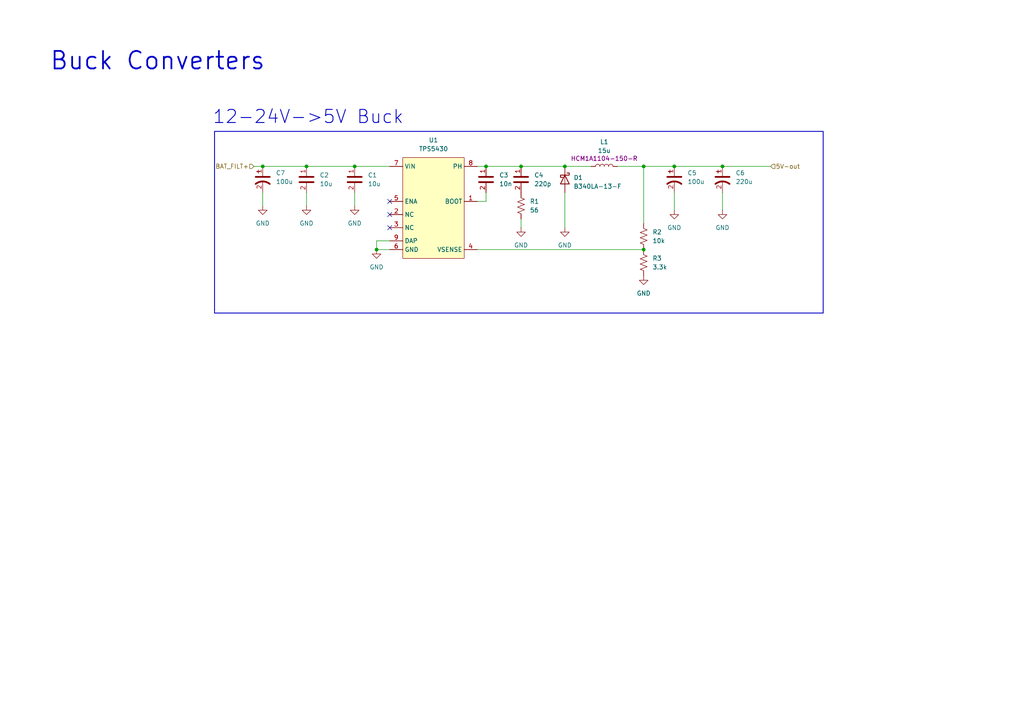
<source format=kicad_sch>
(kicad_sch (version 20250114) (generator "eeschema") (generator_version "9.0")
  (paper "A4")
  (lib_symbols
    (symbol ".Diode-Schottky:B340LA-13-F" (pin_numbers (hide yes)) (pin_names (hide yes))
      (property "Reference" "D" (at 0 -11.43 0))
      (property "Value" "B340LA-13-F" (at 0 -7.62 0))
      (symbol "B340LA-13-F_0_1"
        (polyline (pts (xy 2.54 0) (xy 5.08 0)))
        (polyline (pts (xy 2.54 -1.27) (xy 2.54 1.27) (xy 5.08 0) (xy 2.54 -1.27)) (stroke (width 0.254)))
        (polyline (pts (xy 5.715 -0.635) (xy 5.715 -1.27) (xy 5.08 -1.27) (xy 5.08 1.27) (xy 4.445 1.27) (xy 4.445 0.635)) (stroke (width 0.254)))
      )
      (symbol "B340LA-13-F_1_1"
        (pin passive line (at 0 0 0) (length 2.54) (name "A") (number "2"))
        (pin passive line (at 7.62 0 180) (length 2.54) (name "K") (number "1"))
      )
    )
    (symbol "BFR Capacitors:06035C221J4Z2A"
      (property "Reference" "C" (at 0 2.54 0))
      (property "Value" "220p" (at 1.27 2.54 0))
      (symbol "06035C221J4Z2A_0_1"
        (polyline (pts (xy -2.032 0.762) (xy 2.032 0.762)) (stroke (width 0.508)))
        (polyline (pts (xy -2.032 -0.762) (xy 2.032 -0.762)) (stroke (width 0.508)))
      )
      (symbol "06035C221J4Z2A_1_1"
        (pin passive line (at 0 3.81 270) (length 2.794) (name "~") (number "1"))
        (pin passive line (at 0 -3.81 90) (length 2.794) (name "~") (number "2"))
      )
    )
    (symbol "BFR Capacitors:35ZLH220MEFC8X11.5"
      (property "Reference" "C" (at 0 2.54 0))
      (property "Value" "220u" (at 1.27 2.54 0))
      (symbol "35ZLH220MEFC8X11.5_0_1"
        (polyline (pts (xy -2.032 0.762) (xy 2.032 0.762)) (stroke (width 0.508)))
        (polyline (pts (xy -1.778 2.286) (xy -0.762 2.286)))
        (polyline (pts (xy -1.27 1.778) (xy -1.27 2.794)))
        (arc (start -2.032 -1.27) (mid 0 -0.5572) (end 2.032 -1.27) (stroke (width 0.508)))
      )
      (symbol "35ZLH220MEFC8X11.5_1_1"
        (pin passive line (at 0 3.81 270) (length 2.794) (name "~") (number "1"))
        (pin passive line (at 0 -3.81 90) (length 3.302) (name "~") (number "2"))
      )
    )
    (symbol "BFR Capacitors:50ZLH100MEFC8X11.5"
      (property "Reference" "C" (at 0 2.54 0))
      (property "Value" "100u" (at 1.27 2.54 0))
      (symbol "50ZLH100MEFC8X11.5_0_1"
        (polyline (pts (xy -2.032 0.762) (xy 2.032 0.762)) (stroke (width 0.508)))
        (polyline (pts (xy -1.778 2.286) (xy -0.762 2.286)))
        (polyline (pts (xy -1.27 1.778) (xy -1.27 2.794)))
        (arc (start -2.032 -1.27) (mid 0 -0.5572) (end 2.032 -1.27) (stroke (width 0.508)))
      )
      (symbol "50ZLH100MEFC8X11.5_1_1"
        (pin passive line (at 0 3.81 270) (length 2.794) (name "~") (number "1"))
        (pin passive line (at 0 -3.81 90) (length 3.302) (name "~") (number "2"))
      )
    )
    (symbol "BFR Capacitors:CL10A106KP8NNNC"
      (property "Reference" "C" (at 0 2.54 0))
      (property "Value" "10u" (at 1.27 2.54 0))
      (symbol "CL10A106KP8NNNC_0_1"
        (polyline (pts (xy -2.032 0.762) (xy 2.032 0.762)) (stroke (width 0.508)))
        (polyline (pts (xy -2.032 -0.762) (xy 2.032 -0.762)) (stroke (width 0.508)))
      )
      (symbol "CL10A106KP8NNNC_1_1"
        (pin passive line (at 0 3.81 270) (length 2.794) (name "~") (number "1"))
        (pin passive line (at 0 -3.81 90) (length 2.794) (name "~") (number "2"))
      )
    )
    (symbol "BFR Capacitors:VJ0603Y103KXAAC"
      (property "Reference" "C" (at 0 2.54 0))
      (property "Value" "10n" (at 1.27 2.54 0))
      (symbol "VJ0603Y103KXAAC_0_1"
        (polyline (pts (xy -2.032 0.762) (xy 2.032 0.762)) (stroke (width 0.508)))
        (polyline (pts (xy -2.032 -0.762) (xy 2.032 -0.762)) (stroke (width 0.508)))
      )
      (symbol "VJ0603Y103KXAAC_1_1"
        (pin passive line (at 0 3.81 270) (length 2.794) (name "~") (number "1"))
        (pin passive line (at 0 -3.81 90) (length 2.794) (name "~") (number "2"))
      )
    )
    (symbol "BFR Resistors:RMCF0603FT10K0" (pin_numbers (hide yes))
      (property "Reference" "R" (at 0 2.54 0))
      (property "Value" "10k" (at 1.27 2.54 0))
      (symbol "RMCF0603FT10K0_0_1"
        (polyline (pts (xy -2.286 0) (xy -2.54 0)))
        (polyline (pts (xy -2.286 0) (xy -1.905 1.016) (xy -1.524 0) (xy -1.143 -1.016) (xy -0.762 0)))
        (polyline (pts (xy -0.762 0) (xy -0.381 1.016) (xy 0 0) (xy 0.381 -1.016) (xy 0.762 0)))
        (polyline (pts (xy 0.762 0) (xy 1.143 1.016) (xy 1.524 0) (xy 1.905 -1.016) (xy 2.286 0)))
        (polyline (pts (xy 2.286 0) (xy 2.54 0)))
      )
      (symbol "RMCF0603FT10K0_1_1"
        (pin passive line (at -3.81 0 0) (length 1.27) (name "~") (number "1"))
        (pin passive line (at 3.81 0 180) (length 1.27) (name "~") (number "2"))
      )
    )
    (symbol "BFR Resistors:RMCF0603FT3K30" (pin_numbers (hide yes))
      (property "Reference" "R" (at 0 2.54 0))
      (property "Value" "3.3k" (at 1.27 2.54 0))
      (symbol "RMCF0603FT3K30_0_1"
        (polyline (pts (xy -2.286 0) (xy -2.54 0)))
        (polyline (pts (xy -2.286 0) (xy -1.905 1.016) (xy -1.524 0) (xy -1.143 -1.016) (xy -0.762 0)))
        (polyline (pts (xy -0.762 0) (xy -0.381 1.016) (xy 0 0) (xy 0.381 -1.016) (xy 0.762 0)))
        (polyline (pts (xy 0.762 0) (xy 1.143 1.016) (xy 1.524 0) (xy 1.905 -1.016) (xy 2.286 0)))
        (polyline (pts (xy 2.286 0) (xy 2.54 0)))
      )
      (symbol "RMCF0603FT3K30_1_1"
        (pin passive line (at -3.81 0 0) (length 1.27) (name "~") (number "1"))
        (pin passive line (at 3.81 0 180) (length 1.27) (name "~") (number "2"))
      )
    )
    (symbol "BFR Resistors:RMCF0603FT56R0" (pin_numbers (hide yes))
      (property "Reference" "R" (at 0 2.54 0))
      (property "Value" "56" (at 1.27 2.54 0))
      (symbol "RMCF0603FT56R0_0_1"
        (polyline (pts (xy -2.286 0) (xy -2.54 0)))
        (polyline (pts (xy -2.286 0) (xy -1.905 1.016) (xy -1.524 0) (xy -1.143 -1.016) (xy -0.762 0)))
        (polyline (pts (xy -0.762 0) (xy -0.381 1.016) (xy 0 0) (xy 0.381 -1.016) (xy 0.762 0)))
        (polyline (pts (xy 0.762 0) (xy 1.143 1.016) (xy 1.524 0) (xy 1.905 -1.016) (xy 2.286 0)))
        (polyline (pts (xy 2.286 0) (xy 2.54 0)))
      )
      (symbol "RMCF0603FT56R0_1_1"
        (pin passive line (at -3.81 0 0) (length 1.27) (name "~") (number "1"))
        (pin passive line (at 3.81 0 180) (length 1.27) (name "~") (number "2"))
      )
    )
    (symbol "Device:L" (pin_numbers (hide yes)) (pin_names (offset 1.016) (hide yes))
      (property "Reference" "L" (at -1.27 0 90))
      (property "Value" "L" (at 1.905 0 90))
      (symbol "L_0_1"
        (arc (start 0 2.54) (mid 0.6323 1.905) (end 0 1.27))
        (arc (start 0 1.27) (mid 0.6323 0.635) (end 0 0))
        (arc (start 0 0) (mid 0.6323 -0.635) (end 0 -1.27))
        (arc (start 0 -1.27) (mid 0.6323 -1.905) (end 0 -2.54))
      )
      (symbol "L_1_1"
        (pin passive line (at 0 3.81 270) (length 1.27) (name "1") (number "1"))
        (pin passive line (at 0 -3.81 90) (length 1.27) (name "2") (number "2"))
      )
    )
    (symbol "TPS5430:TPS5430"
      (property "Reference" "U" (at 0 3.556 0))
      (property "Value" "TPS5430" (at 0 1.27 0))
      (symbol "TPS5430_1_1"
        (rectangle (start -8.89 0) (end 8.89 -29.21) (fill (type color) (color 255 255 194 1)))
        (pin output line (at -12.7 -2.54 0) (length 3.81) (name "VIN") (number "7"))
        (pin output line (at -12.7 -12.7 0) (length 3.81) (name "ENA") (number "5"))
        (pin output line (at -12.7 -16.51 0) (length 3.81) (name "NC") (number "2"))
        (pin output line (at -12.7 -20.32 0) (length 3.81) (name "NC") (number "3"))
        (pin output line (at -12.7 -24.13 0) (length 3.81) (name "DAP") (number "9"))
        (pin output line (at -12.7 -26.67 0) (length 3.81) (name "GND") (number "6"))
        (pin output line (at 12.7 -2.54 180) (length 3.81) (name "PH") (number "8"))
        (pin output line (at 12.7 -12.7 180) (length 3.81) (name "BOOT") (number "1"))
        (pin output line (at 12.7 -26.67 180) (length 3.81) (name "VSENSE") (number "4"))
      )
    )
    (symbol "power:GND" (power) (pin_numbers (hide yes)) (pin_names (offset 0) (hide yes))
      (property "Value" "GND" (at 0 -3.81 0))
      (symbol "GND_0_1"
        (polyline (pts (xy 0 0) (xy 0 -1.27) (xy 1.27 -1.27) (xy 0 -2.54) (xy -1.27 -1.27) (xy 0 -1.27)))
      )
      (symbol "GND_1_1"
        (pin power_in line (at 0 0 270) (length 0) (name "~") (number "1"))
      )
    )
  )
  (rectangle (start 62.23 38.1) (end 238.76 90.805) (stroke (width 0.254)))
  (text "Buck Converters" (at 45.72 17.78 0) (effects (font (size 5.08 5.08) (thickness 0.508) (bold yes))))
  (text "12-24V->5V Buck\n" (at 89.408 34.036 0) (effects (font (size 3.81 3.81) (thickness 0.254) (bold yes))))
  (junction (at 209.55 48.26))
  (junction (at 186.69 72.39))
  (junction (at 102.87 48.26))
  (junction (at 186.69 48.26))
  (junction (at 163.83 48.26))
  (junction (at 76.2 48.26))
  (junction (at 88.9 48.26))
  (junction (at 151.13 48.26))
  (junction (at 109.22 72.39))
  (junction (at 140.97 48.26))
  (junction (at 195.58 48.26))
  (no_connect (at 113.03 66.04))
  (no_connect (at 113.03 62.23))
  (no_connect (at 113.03 58.42))
  (wire (pts (xy 88.9 55.88) (xy 88.9 59.69)))
  (wire (pts (xy 151.13 63.5) (xy 151.13 66.04)))
  (wire (pts (xy 140.97 48.26) (xy 151.13 48.26)))
  (wire (pts (xy 109.22 72.39) (xy 113.03 72.39)))
  (wire (pts (xy 209.55 48.26) (xy 223.52 48.26)))
  (wire (pts (xy 163.83 48.26) (xy 171.45 48.26)))
  (wire (pts (xy 151.13 48.26) (xy 163.83 48.26)))
  (wire (pts (xy 76.2 55.88) (xy 76.2 59.69)))
  (wire (pts (xy 179.07 48.26) (xy 186.69 48.26)))
  (wire (pts (xy 195.58 55.88) (xy 195.58 60.96)))
  (wire (pts (xy 138.43 48.26) (xy 140.97 48.26)))
  (wire (pts (xy 88.9 48.26) (xy 102.87 48.26)))
  (wire (pts (xy 76.2 48.26) (xy 88.9 48.26)))
  (wire (pts (xy 186.69 48.26) (xy 186.69 64.77)))
  (wire (pts (xy 163.83 55.88) (xy 163.83 66.04)))
  (wire (pts (xy 138.43 72.39) (xy 186.69 72.39)))
  (wire (pts (xy 113.03 69.85) (xy 109.22 69.85)))
  (wire (pts (xy 195.58 48.26) (xy 209.55 48.26)))
  (wire (pts (xy 209.55 55.88) (xy 209.55 60.96)))
  (wire (pts (xy 140.97 58.42) (xy 140.97 55.88)))
  (wire (pts (xy 102.87 55.88) (xy 102.87 59.69)))
  (wire (pts (xy 109.22 69.85) (xy 109.22 72.39)))
  (wire (pts (xy 138.43 58.42) (xy 140.97 58.42)))
  (wire (pts (xy 102.87 48.26) (xy 113.03 48.26)))
  (wire (pts (xy 73.66 48.26) (xy 76.2 48.26)))
  (wire (pts (xy 186.69 48.26) (xy 195.58 48.26)))
  (hierarchical_label "BAT_FILT+" (shape input) (at 73.66 48.26 180))
  (hierarchical_label "5V-out" (shape input) (at 223.52 48.26 0))
  (symbol (lib_id "power:GND") (at 186.69 80.01 0) (unit 1)
    (property "Reference" "#PWR06" (effects (hide yes)))
    (property "Value" "GND" (at 186.69 85.09 0))
    (property "Description" "Power symbol creates a global label with name \"GND\" , ground" (effects (hide yes)))
  )
  (symbol (lib_id "power:GND") (at 76.2 59.69 0) (unit 1)
    (property "Reference" "#PWR011" (effects (hide yes)))
    (property "Value" "GND" (at 76.2 64.77 0))
    (property "Description" "Power symbol creates a global label with name \"GND\" , ground" (effects (hide yes)))
  )
  (symbol (lib_id "power:GND") (at 163.83 66.04 0) (unit 1)
    (property "Reference" "#PWR04" (effects (hide yes)))
    (property "Value" "GND" (at 163.83 71.12 0))
    (property "Description" "Power symbol creates a global label with name \"GND\" , ground" (effects (hide yes)))
  )
  (symbol (lib_id "power:GND") (at 88.9 59.69 0) (unit 1)
    (property "Reference" "#PWR01" (effects (hide yes)))
    (property "Value" "GND" (at 88.9 64.77 0))
    (property "Description" "Power symbol creates a global label with name \"GND\" , ground" (effects (hide yes)))
  )
  (symbol (lib_id "BFR Capacitors:CL10A106KP8NNNC") (at 102.87 52.07 0) (unit 1)
    (property "Reference" "C1" (at 106.68 50.7999 0) (effects (justify left)))
    (property "Value" "10u" (at 106.68 53.3399 0) (effects (justify left)))
    (property "Footprint" "Capacitor_SMD:C_0603_1608Metric_Pad1.08x0.95mm_HandSolder" (effects (hide yes)))
    (property "Description" "10uF±10% X5R 10V JLCPCB Basic 0603 Capacitor" (effects (hide yes)))
    (property "Sim.Device" "SUBCKT" (effects (hide yes)))
    (property "Sim.Pins" "1=P1 2=P2" (effects (hide yes)))
    (property "Sim.Library" "${BFRUH_DIR}/Electronics/spice_models/bfr_capacitors/CL10A106KP8NNNC.lib" (effects (hide yes)))
    (property "Sim.Name" "CL10A106KP8NNNC" (effects (hide yes)))
    (property "Pretty Name" "10uF X5R 10V 0603 Capacitor" (effects (hide yes)))
    (property "Order From" "LCSC" (effects (hide yes)))
    (property "LCSC P/N" "C19702" (effects (hide yes)))
    (property "JLCPCB Basic Part" "Yes" (effects (hide yes)))
    (property "Created by" "capacitor_generator.py script using jlcbasic_additional_capacitor_spec.txt" (effects (hide yes)))
  )
  (symbol (lib_id ".Diode-Schottky:B340LA-13-F") (at 163.83 55.88 90) (unit 1)
    (property "Reference" "D1" (at 166.37 50.8 90) (effects (justify right bottom)))
    (property "Value" "B340LA-13-F" (at 166.37 53.34 90) (effects (justify right bottom)))
    (property "Footprint" "Diode_SMD:D_SMA_Handsoldering" (effects (hide yes)))
    (property "Datasheet" "https://www.diodes.com/assets/Datasheets/B340LA_B.pdf" (effects (hide yes)))
    (property "Description" "40V 450mV 3A Schottky Diode" (effects (hide yes)))
    (property "Link" "https://jlcpcb.com/partdetail/DiodesIncorporated-B340LA_13F/C17101" (effects (hide yes)))
    (property "Digikey P/N" "B340LA-FDICT-ND" (effects (hide yes)))
    (property "Mouser P/N" "621-B340LA-F" (effects (hide yes)))
    (property "LCSC P/N" "C17101" (effects (hide yes)))
    (property "Manufacturer" "Diodes Incorporated" (effects (hide yes)))
    (property "Manufacturer P/N" "B340LA-13-F" (effects (hide yes)))
    (property "LCSC Part #" "C17101" (effects (hide yes)))
  )
  (symbol (lib_id "BFR Resistors:RMCF0603FT56R0") (at 151.13 59.69 270) (unit 1)
    (property "Reference" "R1" (at 153.67 58.4199 90) (effects (justify left)))
    (property "Value" "56" (at 153.67 60.9599 90) (effects (justify left)))
    (property "Footprint" "Resistor_SMD:R_0603_1608Metric_Pad0.98x0.95mm_HandSolder" (effects (hide yes)))
    (property "Datasheet" "https://www.seielect.com/catalog/sei-rmcf_rmcp.pdf" (effects (hide yes)))
    (property "Description" "56Ω 0603 Resistor" (effects (hide yes)))
    (property "Sim.Device" "SUBCKT" (effects (hide yes)))
    (property "Sim.Pins" "1=P1 2=P2" (effects (hide yes)))
    (property "Sim.Library" "${BFRUH_DIR}/Electronics/spice_models/bfr_resistors/RMCF0603FT56R0.lib" (effects (hide yes)))
    (property "Sim.Name" "RMCF0603FT56R0" (effects (hide yes)))
    (property "Pretty Name" "56Ω 0603 Resistor" (effects (hide yes)))
    (property "Order From" "Mouser" (effects (hide yes)))
    (property "Digikey P/N" "RMCF0603FT56R0CT-ND" (effects (hide yes)))
    (property "Mouser P/N" "708-RMCF0603FT56R0" (effects (hide yes)))
    (property "LCSC P/N" "C25196" (effects (hide yes)))
    (property "JLCPCB Basic Part" "No" (effects (hide yes)))
    (property "Created by" "resistor_generator.py script using e24_resistor_bible_spec.txt" (effects (hide yes)))
  )
  (symbol (lib_id "TPS5430:TPS5430") (at 125.73 45.72 0) (unit 1)
    (property "Reference" "U1" (at 125.73 40.64 0))
    (property "Value" "TPS5430" (at 125.73 43.18 0))
    (property "Datasheet" "https://www.ti.com/lit/ds/symlink/tps5430.pdf?ts=1752734999462&ref_url=https%253A%252F%252Fwww.ti.com%252Fproduct%252FTPS5430" (effects (hide yes)))
    (property "LCSC P/N" "C9864" (effects (hide yes)))
    (property "Manufacturer" "Texas Instruments" (effects (hide yes)))
    (property "Manufacturer P/N" "TPS5430DDAR" (effects (hide yes)))
    (property "Mouser P/N" "595-TPS5430DDAR" (effects (hide yes)))
    (property "Digikey P/N" "296-26988-1-ND" (effects (hide yes)))
  )
  (symbol (lib_id "BFR Capacitors:VJ0603Y103KXAAC") (at 140.97 52.07 0) (unit 1)
    (property "Reference" "C3" (at 144.78 50.7999 0) (effects (justify left)))
    (property "Value" "10n" (at 144.78 53.3399 0) (effects (justify left)))
    (property "Footprint" "Capacitor_SMD:C_0603_1608Metric_Pad1.08x0.95mm_HandSolder" (effects (hide yes)))
    (property "Description" "10nF±10% X7R 25V JLCPCB Basic 0603 Capacitor" (effects (hide yes)))
    (property "Sim.Device" "SUBCKT" (effects (hide yes)))
    (property "Sim.Pins" "1=P1 2=P2" (effects (hide yes)))
    (property "Sim.Library" "${BFRUH_DIR}/Electronics/spice_models/bfr_capacitors/VJ0603Y103KXAAC.lib" (effects (hide yes)))
    (property "Sim.Name" "VJ0603Y103KXAAC" (effects (hide yes)))
    (property "Pretty Name" "10nF 25V 0603 Capacitor" (effects (hide yes)))
    (property "Order From" "LCSC" (effects (hide yes)))
    (property "Digikey P/N" "720-1376-1-ND" (effects (hide yes)))
    (property "Mouser P/N" "77-VJ0603Y103KXAAC" (effects (hide yes)))
    (property "LCSC P/N" "C57112" (effects (hide yes)))
    (property "JLCPCB Basic Part" "Yes" (effects (hide yes)))
    (property "Created by" "capacitor_generator.py script using capacitor_bible_spec.txt" (effects (hide yes)))
  )
  (symbol (lib_id "power:GND") (at 109.22 72.39 0) (unit 1)
    (property "Reference" "#PWR03" (effects (hide yes)))
    (property "Value" "GND" (at 109.22 77.47 0))
    (property "Description" "Power symbol creates a global label with name \"GND\" , ground" (effects (hide yes)))
  )
  (symbol (lib_id "power:GND") (at 151.13 66.04 0) (unit 1)
    (property "Reference" "#PWR05" (effects (hide yes)))
    (property "Value" "GND" (at 151.13 71.12 0))
    (property "Description" "Power symbol creates a global label with name \"GND\" , ground" (effects (hide yes)))
  )
  (symbol (lib_id "Device:L") (at 175.26 48.26 90) (unit 1)
    (property "Reference" "L1" (at 175.26 41.148 90))
    (property "Value" "15u" (at 175.26 43.688 90))
    (property "Datasheet" "https://www.mouser.com/datasheet/2/87/eaton_hcm1a1104_automotive_power_inductors_data_sh-1608732.pdf" (effects (hide yes)))
    (property "Description" "Inductor" (effects (hide yes)))
    (property "P/N" "HCM1A1104-150-R" (at 175.26 45.974 90))
    (property "Mouser P/N" "704-HCM1A1104-150-R " (effects (hide yes)))
  )
  (symbol (lib_id "BFR Resistors:RMCF0603FT3K30") (at 186.69 76.2 270) (unit 1)
    (property "Reference" "R3" (at 189.23 74.9299 90) (effects (justify left)))
    (property "Value" "3.3k" (at 189.23 77.4699 90) (effects (justify left)))
    (property "Footprint" "Resistor_SMD:R_0603_1608Metric_Pad0.98x0.95mm_HandSolder" (effects (hide yes)))
    (property "Datasheet" "https://www.seielect.com/catalog/sei-rmcf_rmcp.pdf" (effects (hide yes)))
    (property "Description" "3.3kΩ 0603 JLCPCB Basic Resistor" (effects (hide yes)))
    (property "Sim.Device" "SUBCKT" (effects (hide yes)))
    (property "Sim.Pins" "1=P1 2=P2" (effects (hide yes)))
    (property "Sim.Library" "${BFRUH_DIR}/Electronics/spice_models/bfr_resistors/RMCF0603FT3K30.lib" (effects (hide yes)))
    (property "Sim.Name" "RMCF0603FT3K30" (effects (hide yes)))
    (property "Pretty Name" "3.3kΩ 0603 Resistor" (effects (hide yes)))
    (property "Order From" "LCSC" (effects (hide yes)))
    (property "Digikey P/N" "RMCF0603FT3K30CT-ND" (effects (hide yes)))
    (property "Mouser P/N" "708-RMCF0603FT3K30" (effects (hide yes)))
    (property "LCSC P/N" "C22978" (effects (hide yes)))
    (property "JLCPCB Basic Part" "Yes" (effects (hide yes)))
    (property "Created by" "resistor_generator.py script using e24_resistor_bible_spec.txt" (effects (hide yes)))
  )
  (symbol (lib_id "BFR Capacitors:50ZLH100MEFC8X11.5") (at 76.2 52.07 0) (unit 1)
    (property "Reference" "C7" (at 80.01 50.1649 0) (effects (justify left)))
    (property "Value" "100u" (at 80.01 52.7049 0) (effects (justify left)))
    (property "Footprint" "Capacitor_THT:CP_Radial_D8.0mm_P3.50mm" (effects (hide yes)))
    (property "Description" "100uF 50V 61mΩ ESR Through-hole Electrolytic Capacitor" (effects (hide yes)))
    (property "Sim.Device" "SUBCKT" (effects (hide yes)))
    (property "Sim.Pins" "1=P1 2=P2" (effects (hide yes)))
    (property "Sim.Library" "${BFRUH_DIR}/Electronics/spice_models/bfr_capacitors/50ZLH100MEFC8X11.5.lib" (effects (hide yes)))
    (property "Sim.Name" "50ZLH100MEFC8X11.5" (effects (hide yes)))
    (property "Pretty Name" "100uF 50V Through-hole Capacitor" (effects (hide yes)))
    (property "Order From" "Mouser" (effects (hide yes)))
    (property "Digikey P/N" "P12392-ND" (effects (hide yes)))
    (property "Mouser P/N" "667-EEU-FM1H101" (effects (hide yes)))
    (property "JLCPCB Basic Part" "No" (effects (hide yes)))
    (property "Created by" "capacitor_generator.py script using electrolytic_capacitor_spec.txt" (effects (hide yes)))
  )
  (symbol (lib_id "BFR Resistors:RMCF0603FT10K0") (at 186.69 68.58 90) (unit 1)
    (property "Reference" "R2" (at 189.23 67.3099 90) (effects (justify right)))
    (property "Value" "10k" (at 189.23 69.8499 90) (effects (justify right)))
    (property "Footprint" "Resistor_SMD:R_0603_1608Metric_Pad0.98x0.95mm_HandSolder" (effects (hide yes)))
    (property "Datasheet" "https://www.seielect.com/catalog/sei-rmcf_rmcp.pdf" (effects (hide yes)))
    (property "Description" "10kΩ 0603 JLCPCB Basic Resistor" (effects (hide yes)))
    (property "Sim.Device" "SUBCKT" (effects (hide yes)))
    (property "Sim.Pins" "1=P1 2=P2" (effects (hide yes)))
    (property "Sim.Library" "${BFRUH_DIR}/Electronics/spice_models/bfr_resistors/RMCF0603FT10K0.lib" (effects (hide yes)))
    (property "Sim.Name" "RMCF0603FT10K0" (effects (hide yes)))
    (property "Pretty Name" "10kΩ 0603 Resistor" (effects (hide yes)))
    (property "Order From" "LCSC" (effects (hide yes)))
    (property "Digikey P/N" "RMCF0603FT10K0CT-ND" (effects (hide yes)))
    (property "Mouser P/N" "708-RMCF0603FT10K0" (effects (hide yes)))
    (property "LCSC P/N" "C25804" (effects (hide yes)))
    (property "JLCPCB Basic Part" "Yes" (effects (hide yes)))
    (property "Created by" "resistor_generator.py script using e24_resistor_bible_spec.txt" (effects (hide yes)))
  )
  (symbol (lib_id "BFR Capacitors:06035C221J4Z2A") (at 151.13 52.07 0) (unit 1)
    (property "Reference" "C4" (at 154.94 50.7999 0) (effects (justify left)))
    (property "Value" "220p" (at 154.94 53.3399 0) (effects (justify left)))
    (property "Footprint" "Capacitor_SMD:C_0603_1608Metric_Pad1.08x0.95mm_HandSolder" (effects (hide yes)))
    (property "Description" "220pF±10% X7R 50V JLCPCB Basic 0603 Capacitor" (effects (hide yes)))
    (property "Sim.Device" "SUBCKT" (effects (hide yes)))
    (property "Sim.Pins" "1=P1 2=P2" (effects (hide yes)))
    (property "Sim.Library" "${BFRUH_DIR}/Electronics/spice_models/bfr_capacitors/06035C221J4Z2A.lib" (effects (hide yes)))
    (property "Sim.Name" "06035C221J4Z2A" (effects (hide yes)))
    (property "Pretty Name" "220pF 50V 0603 Capacitor" (effects (hide yes)))
    (property "Order From" "LCSC" (effects (hide yes)))
    (property "Digikey P/N" "478-06035C221J4Z2ACT-ND" (effects (hide yes)))
    (property "Mouser P/N" "581-06035C221J4Z2A" (effects (hide yes)))
    (property "LCSC P/N" "C1603" (effects (hide yes)))
    (property "JLCPCB Basic Part" "Yes" (effects (hide yes)))
    (property "Created by" "capacitor_generator.py script using capacitor_bible_spec.txt" (effects (hide yes)))
  )
  (symbol (lib_id "power:GND") (at 209.55 60.96 0) (unit 1)
    (property "Reference" "#PWR08" (effects (hide yes)))
    (property "Value" "GND" (at 209.55 66.04 0))
    (property "Description" "Power symbol creates a global label with name \"GND\" , ground" (effects (hide yes)))
  )
  (symbol (lib_id "power:GND") (at 195.58 60.96 0) (unit 1)
    (property "Reference" "#PWR07" (effects (hide yes)))
    (property "Value" "GND" (at 195.58 66.04 0))
    (property "Description" "Power symbol creates a global label with name \"GND\" , ground" (effects (hide yes)))
  )
  (symbol (lib_id "BFR Capacitors:CL10A106KP8NNNC") (at 88.9 52.07 0) (unit 1)
    (property "Reference" "C2" (at 92.71 50.7999 0) (effects (justify left)))
    (property "Value" "10u" (at 92.71 53.3399 0) (effects (justify left)))
    (property "Footprint" "Capacitor_SMD:C_0603_1608Metric_Pad1.08x0.95mm_HandSolder" (effects (hide yes)))
    (property "Description" "10uF±10% X5R 10V JLCPCB Basic 0603 Capacitor" (effects (hide yes)))
    (property "Sim.Device" "SUBCKT" (effects (hide yes)))
    (property "Sim.Pins" "1=P1 2=P2" (effects (hide yes)))
    (property "Sim.Library" "${BFRUH_DIR}/Electronics/spice_models/bfr_capacitors/CL10A106KP8NNNC.lib" (effects (hide yes)))
    (property "Sim.Name" "CL10A106KP8NNNC" (effects (hide yes)))
    (property "Pretty Name" "10uF X5R 10V 0603 Capacitor" (effects (hide yes)))
    (property "Order From" "LCSC" (effects (hide yes)))
    (property "LCSC P/N" "C19702" (effects (hide yes)))
    (property "JLCPCB Basic Part" "Yes" (effects (hide yes)))
    (property "Created by" "capacitor_generator.py script using jlcbasic_additional_capacitor_spec.txt" (effects (hide yes)))
  )
  (symbol (lib_id "BFR Capacitors:35ZLH220MEFC8X11.5") (at 209.55 52.07 0) (unit 1)
    (property "Reference" "C6" (at 213.36 50.1649 0) (effects (justify left)))
    (property "Value" "220u" (at 213.36 52.7049 0) (effects (justify left)))
    (property "Footprint" "Capacitor_THT:CP_Radial_D8.0mm_P3.50mm" (effects (hide yes)))
    (property "Description" "220uF 35V 56mΩ ESR Through-hole Electrolytic Capacitor" (effects (hide yes)))
    (property "Sim.Device" "SUBCKT" (effects (hide yes)))
    (property "Sim.Pins" "1=P1 2=P2" (effects (hide yes)))
    (property "Sim.Library" "${BFRUH_DIR}/Electronics/spice_models/bfr_capacitors/35ZLH220MEFC8X11.5.lib" (effects (hide yes)))
    (property "Sim.Name" "35ZLH220MEFC8X11.5" (effects (hide yes)))
    (property "Pretty Name" "220uF 35V Through-hole Capacitor" (effects (hide yes)))
    (property "Order From" "Mouser" (effects (hide yes)))
    (property "Digikey P/N" "1189-1863-ND" (effects (hide yes)))
    (property "Mouser P/N" "232-35ZLH220MEFC8X15" (effects (hide yes)))
    (property "JLCPCB Basic Part" "No" (effects (hide yes)))
    (property "Created by" "capacitor_generator.py script using electrolytic_capacitor_spec.txt" (effects (hide yes)))
  )
  (symbol (lib_id "BFR Capacitors:50ZLH100MEFC8X11.5") (at 195.58 52.07 0) (unit 1)
    (property "Reference" "C5" (at 199.39 50.1649 0) (effects (justify left)))
    (property "Value" "100u" (at 199.39 52.7049 0) (effects (justify left)))
    (property "Footprint" "Capacitor_THT:CP_Radial_D8.0mm_P3.50mm" (effects (hide yes)))
    (property "Description" "100uF 50V 61mΩ ESR Through-hole Electrolytic Capacitor" (effects (hide yes)))
    (property "Sim.Device" "SUBCKT" (effects (hide yes)))
    (property "Sim.Pins" "1=P1 2=P2" (effects (hide yes)))
    (property "Sim.Library" "${BFRUH_DIR}/Electronics/spice_models/bfr_capacitors/50ZLH100MEFC8X11.5.lib" (effects (hide yes)))
    (property "Sim.Name" "50ZLH100MEFC8X11.5" (effects (hide yes)))
    (property "Pretty Name" "100uF 50V Through-hole Capacitor" (effects (hide yes)))
    (property "Order From" "Mouser" (effects (hide yes)))
    (property "Digikey P/N" "P12392-ND" (effects (hide yes)))
    (property "Mouser P/N" "667-EEU-FM1H101" (effects (hide yes)))
    (property "JLCPCB Basic Part" "No" (effects (hide yes)))
    (property "Created by" "capacitor_generator.py script using electrolytic_capacitor_spec.txt" (effects (hide yes)))
  )
  (symbol (lib_id "power:GND") (at 102.87 59.69 0) (unit 1)
    (property "Reference" "#PWR02" (effects (hide yes)))
    (property "Value" "GND" (at 102.87 64.77 0))
    (property "Description" "Power symbol creates a global label with name \"GND\" , ground" (effects (hide yes)))
  )
)
</source>
